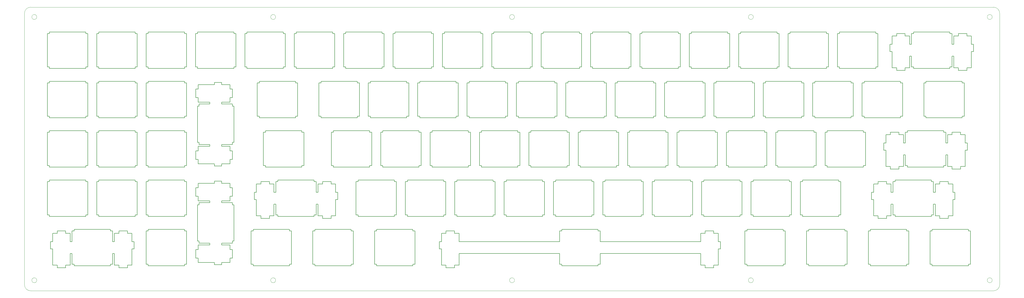
<source format=gm1>
G04 #@! TF.GenerationSoftware,KiCad,Pcbnew,5.1.6*
G04 #@! TF.CreationDate,2020-07-11T09:24:18-04:00*
G04 #@! TF.ProjectId,southpawplate,736f7574-6870-4617-9770-6c6174652e6b,rev?*
G04 #@! TF.SameCoordinates,Original*
G04 #@! TF.FileFunction,Profile,NP*
%FSLAX46Y46*%
G04 Gerber Fmt 4.6, Leading zero omitted, Abs format (unit mm)*
G04 Created by KiCad (PCBNEW 5.1.6) date 2020-07-11 09:24:18*
%MOMM*%
%LPD*%
G01*
G04 APERTURE LIST*
G04 #@! TA.AperFunction,Profile*
%ADD10C,0.200000*%
G04 #@! TD*
G04 #@! TA.AperFunction,Profile*
%ADD11C,0.050000*%
G04 #@! TD*
G04 APERTURE END LIST*
D10*
X125043000Y-98828860D02*
X125043000Y-98229420D01*
X111042000Y-98828860D02*
X125043000Y-98828860D01*
X111042000Y-98229420D02*
X111042000Y-98828860D01*
X110243000Y-98229420D02*
X111042000Y-98229420D01*
X110243000Y-85428800D02*
X110243000Y-98229420D01*
X111042000Y-85428800D02*
X110243000Y-85428800D01*
X111042000Y-84829400D02*
X111042000Y-85428800D01*
X148855000Y-84829400D02*
X134856000Y-84829400D01*
X148855000Y-85428800D02*
X148855000Y-84829400D01*
X149656000Y-85428800D02*
X148855000Y-85428800D01*
X149656000Y-98229420D02*
X149656000Y-85428800D01*
X148855000Y-98229420D02*
X149656000Y-98229420D01*
X148855000Y-98828860D02*
X148855000Y-98229420D01*
X134856000Y-98828860D02*
X148855000Y-98828860D01*
X134856000Y-98229420D02*
X134856000Y-98828860D01*
X134055000Y-98229420D02*
X134856000Y-98229420D01*
X134055000Y-85428800D02*
X134055000Y-98229420D01*
X134856000Y-85428800D02*
X134055000Y-85428800D01*
X134856000Y-84829400D02*
X134856000Y-85428800D01*
X291730000Y-84829400D02*
X277731000Y-84829400D01*
X291730000Y-85428800D02*
X291730000Y-84829400D01*
X292531000Y-85428800D02*
X291730000Y-85428800D01*
X292531000Y-98229420D02*
X292531000Y-85428800D01*
X291730000Y-98229420D02*
X292531000Y-98229420D01*
X291730000Y-98828860D02*
X291730000Y-98229420D01*
X277731000Y-98828860D02*
X291730000Y-98828860D01*
X277731000Y-98229420D02*
X277731000Y-98828860D01*
X276930000Y-98229420D02*
X277731000Y-98229420D01*
X276930000Y-85428800D02*
X276930000Y-98229420D01*
X277731000Y-85428800D02*
X276930000Y-85428800D01*
X277731000Y-84829400D02*
X277731000Y-85428800D01*
X315543000Y-84829400D02*
X301542000Y-84829400D01*
X315543000Y-85428800D02*
X315543000Y-84829400D01*
X316342000Y-85428800D02*
X315543000Y-85428800D01*
X316342000Y-98229420D02*
X316342000Y-85428800D01*
X315543000Y-98229420D02*
X316342000Y-98229420D01*
X315543000Y-98828860D02*
X315543000Y-98229420D01*
X301542000Y-98828860D02*
X315543000Y-98828860D01*
X301542000Y-98229420D02*
X301542000Y-98828860D01*
X300743000Y-98229420D02*
X301542000Y-98229420D01*
X300743000Y-85428800D02*
X300743000Y-98229420D01*
X301542000Y-85428800D02*
X300743000Y-85428800D01*
X301542000Y-84829400D02*
X301542000Y-85428800D01*
X339355000Y-84829400D02*
X325356000Y-84829400D01*
X339355000Y-85428800D02*
X339355000Y-84829400D01*
X340156000Y-85428800D02*
X339355000Y-85428800D01*
X340156000Y-98229420D02*
X340156000Y-85428800D01*
X339355000Y-98229420D02*
X340156000Y-98229420D01*
X339355000Y-98828860D02*
X339355000Y-98229420D01*
X325356000Y-98828860D02*
X339355000Y-98828860D01*
X325356000Y-98229420D02*
X325356000Y-98828860D01*
X324555000Y-98229420D02*
X325356000Y-98229420D01*
X324555000Y-85428800D02*
X324555000Y-98229420D01*
X325356000Y-85428800D02*
X324555000Y-85428800D01*
X325356000Y-84829400D02*
X325356000Y-85428800D01*
X363168000Y-84829400D02*
X349167000Y-84829400D01*
X363168000Y-85428800D02*
X363168000Y-84829400D01*
X363969000Y-85428800D02*
X363168000Y-85428800D01*
X363969000Y-98229420D02*
X363969000Y-85428800D01*
X363168000Y-98229420D02*
X363969000Y-98229420D01*
X363168000Y-98828860D02*
X363168000Y-98229420D01*
X349167000Y-98828860D02*
X363168000Y-98828860D01*
X349167000Y-98229420D02*
X349167000Y-98828860D01*
X348368000Y-98229420D02*
X349167000Y-98229420D01*
X348368000Y-85428800D02*
X348368000Y-98229420D01*
X349167000Y-85428800D02*
X348368000Y-85428800D01*
X349167000Y-84829400D02*
X349167000Y-85428800D01*
X32174100Y-84829400D02*
X18174700Y-84829400D01*
X32174100Y-85428800D02*
X32174100Y-84829400D01*
X32974800Y-85428800D02*
X32174100Y-85428800D01*
X32974800Y-89529900D02*
X32974800Y-85428800D01*
X33699600Y-89529900D02*
X32974800Y-89529900D01*
X33699600Y-86299700D02*
X33699600Y-89529900D01*
X35424900Y-86299700D02*
X33699600Y-86299700D01*
X35424900Y-85377800D02*
X35424900Y-86299700D01*
X38724000Y-85377800D02*
X35424900Y-85377800D01*
X38724000Y-86299700D02*
X38724000Y-85377800D01*
X40449300Y-86299700D02*
X38724000Y-86299700D01*
X40449300Y-89529900D02*
X40449300Y-86299700D01*
X41274700Y-89529900D02*
X40449300Y-89529900D01*
X41274700Y-92328660D02*
X41274700Y-89529900D01*
X40449300Y-92328660D02*
X41274700Y-92328660D01*
X40449300Y-98598730D02*
X40449300Y-92328660D01*
X38724000Y-98598730D02*
X40449300Y-98598730D01*
X38724000Y-99579890D02*
X38724000Y-98598730D01*
X78330000Y-30654400D02*
X78330000Y-28929300D01*
X79249400Y-30654400D02*
X78330000Y-30654400D01*
X79249400Y-33953600D02*
X79249400Y-30654400D01*
X78330000Y-33953600D02*
X79249400Y-33953600D01*
X78330000Y-35679001D02*
X78330000Y-33953600D01*
X75100000Y-35679001D02*
X78330000Y-35679001D01*
X75100000Y-36403600D02*
X75100000Y-35679001D01*
X79199600Y-36403600D02*
X75100000Y-36403600D01*
X79199600Y-37204400D02*
X79199600Y-36403600D01*
X79799000Y-37204400D02*
X79199600Y-37204400D01*
X79799000Y-51203700D02*
X79799000Y-37204400D01*
X79199600Y-51203700D02*
X79799000Y-51203700D01*
X79199600Y-52004500D02*
X79199600Y-51203700D01*
X75100000Y-52004500D02*
X79199600Y-52004500D01*
X75100000Y-52729500D02*
X75100000Y-52004500D01*
X78330000Y-52729500D02*
X75100000Y-52729500D01*
X78330000Y-54454600D02*
X78330000Y-52729500D01*
X79249400Y-54454600D02*
X78330000Y-54454600D01*
X79249400Y-57753800D02*
X79249400Y-54454600D01*
X78330000Y-57753800D02*
X79249400Y-57753800D01*
X78330000Y-59478800D02*
X78330000Y-57753800D01*
X75100000Y-59478800D02*
X78330000Y-59478800D01*
X75100000Y-60304300D02*
X75100000Y-59478800D01*
X72299999Y-60304300D02*
X75100000Y-60304300D01*
X72299999Y-59478800D02*
X72299999Y-60304300D01*
X66029700Y-59478800D02*
X72299999Y-59478800D01*
X66029700Y-57753800D02*
X66029700Y-59478800D01*
X65050100Y-57753800D02*
X66029700Y-57753800D01*
X65050100Y-54454600D02*
X65050100Y-57753800D01*
X66029700Y-54454600D02*
X65050100Y-54454600D01*
X66029700Y-52729500D02*
X66029700Y-54454600D01*
X70500100Y-52729500D02*
X66029700Y-52729500D01*
X70500100Y-52004500D02*
X70500100Y-52729500D01*
X66399100Y-52004500D02*
X70500100Y-52004500D01*
X66399100Y-51203700D02*
X66399100Y-52004500D01*
X65799700Y-51203700D02*
X66399100Y-51203700D01*
X65799700Y-37204400D02*
X65799700Y-51203700D01*
X66399100Y-37204400D02*
X65799700Y-37204400D01*
X66399100Y-36403600D02*
X66399100Y-37204400D01*
X70500100Y-36403600D02*
X66399100Y-36403600D01*
X70500100Y-35679001D02*
X70500100Y-36403600D01*
X66029700Y-35679001D02*
X70500100Y-35679001D01*
X66029700Y-33953600D02*
X66029700Y-35679001D01*
X65050100Y-33953600D02*
X66029700Y-33953600D01*
X65050100Y-30654400D02*
X65050100Y-33953600D01*
X66029700Y-30654400D02*
X65050100Y-30654400D01*
X66029700Y-28929300D02*
X66029700Y-30654400D01*
X72299999Y-28929300D02*
X66029700Y-28929300D01*
X72299999Y-28103800D02*
X72299999Y-28929300D01*
X22649200Y-46729400D02*
X8649650Y-46729400D01*
X22649200Y-47328800D02*
X22649200Y-46729400D01*
X23449800Y-47328800D02*
X22649200Y-47328800D01*
X23449800Y-60129400D02*
X23449800Y-47328800D01*
X22649200Y-60129400D02*
X23449800Y-60129400D01*
X22649200Y-60728700D02*
X22649200Y-60129400D01*
X8649650Y-60728700D02*
X22649200Y-60728700D01*
X8649650Y-60129400D02*
X8649650Y-60728700D01*
X7849010Y-60129400D02*
X8649650Y-60129400D01*
X7849010Y-47328800D02*
X7849010Y-60129400D01*
X8649650Y-47328800D02*
X7849010Y-47328800D01*
X8649650Y-46729400D02*
X8649650Y-47328800D01*
X41699000Y-46729400D02*
X27699700Y-46729400D01*
X41699000Y-47328800D02*
X41699000Y-46729400D01*
X42499800Y-47328800D02*
X41699000Y-47328800D01*
X42499800Y-60129400D02*
X42499800Y-47328800D01*
X41699000Y-60129400D02*
X42499800Y-60129400D01*
X41699000Y-60728700D02*
X41699000Y-60129400D01*
X27699700Y-60728700D02*
X41699000Y-60728700D01*
X27699700Y-60129400D02*
X27699700Y-60728700D01*
X26899000Y-60129400D02*
X27699700Y-60129400D01*
X26899000Y-47328800D02*
X26899000Y-60129400D01*
X27699700Y-47328800D02*
X26899000Y-47328800D01*
X27699700Y-46729400D02*
X27699700Y-47328800D01*
X60749000Y-46729400D02*
X46749700Y-46729400D01*
X60749000Y-47328800D02*
X60749000Y-46729400D01*
X61549800Y-47328800D02*
X60749000Y-47328800D01*
X61549800Y-60129400D02*
X61549800Y-47328800D01*
X60749000Y-60129400D02*
X61549800Y-60129400D01*
X60749000Y-60728700D02*
X60749000Y-60129400D01*
X46749700Y-60728700D02*
X60749000Y-60728700D01*
X46749700Y-60129400D02*
X46749700Y-60728700D01*
X45948900Y-60129400D02*
X46749700Y-60129400D01*
X45948900Y-47328800D02*
X45948900Y-60129400D01*
X46749700Y-47328800D02*
X45948900Y-47328800D01*
X46749700Y-46729400D02*
X46749700Y-47328800D01*
X105992800Y-46729400D02*
X91992100Y-46729400D01*
X105992800Y-47328800D02*
X105992800Y-46729400D01*
X106792000Y-47328800D02*
X105992800Y-47328800D01*
X106792000Y-60129400D02*
X106792000Y-47328800D01*
X105992800Y-60129400D02*
X106792000Y-60129400D01*
X105992800Y-60728700D02*
X105992800Y-60129400D01*
X91992100Y-60728700D02*
X105992800Y-60728700D01*
X91992100Y-60129400D02*
X91992100Y-60728700D01*
X91192700Y-60129400D02*
X91992100Y-60129400D01*
X91192700Y-47328800D02*
X91192700Y-60129400D01*
X91992100Y-47328800D02*
X91192700Y-47328800D01*
X91992100Y-46729400D02*
X91992100Y-47328800D01*
X132187000Y-46729400D02*
X118187000Y-46729400D01*
X132187000Y-47328800D02*
X132187000Y-46729400D01*
X132986000Y-47328800D02*
X132187000Y-47328800D01*
X132986000Y-60129400D02*
X132986000Y-47328800D01*
X132187000Y-60129400D02*
X132986000Y-60129400D01*
X132187000Y-60728700D02*
X132187000Y-60129400D01*
X118187000Y-60728700D02*
X132187000Y-60728700D01*
X118187000Y-60129400D02*
X118187000Y-60728700D01*
X117386000Y-60129400D02*
X118187000Y-60129400D01*
X117386000Y-47328800D02*
X117386000Y-60129400D01*
X118187000Y-47328800D02*
X117386000Y-47328800D01*
X118187000Y-46729400D02*
X118187000Y-47328800D01*
X151237000Y-46729400D02*
X137237000Y-46729400D01*
X151237000Y-47328800D02*
X151237000Y-46729400D01*
X152036000Y-47328800D02*
X151237000Y-47328800D01*
X152036000Y-60129400D02*
X152036000Y-47328800D01*
X151237000Y-60129400D02*
X152036000Y-60129400D01*
X151237000Y-60728700D02*
X151237000Y-60129400D01*
X137237000Y-60728700D02*
X151237000Y-60728700D01*
X137237000Y-60129400D02*
X137237000Y-60728700D01*
X136436000Y-60129400D02*
X137237000Y-60129400D01*
X136436000Y-47328800D02*
X136436000Y-60129400D01*
X137237000Y-47328800D02*
X136436000Y-47328800D01*
X137237000Y-46729400D02*
X137237000Y-47328800D01*
X170287000Y-46729400D02*
X156287000Y-46729400D01*
X170287000Y-47328800D02*
X170287000Y-46729400D01*
X171086000Y-47328800D02*
X170287000Y-47328800D01*
X171086000Y-60129400D02*
X171086000Y-47328800D01*
X170287000Y-60129400D02*
X171086000Y-60129400D01*
X170287000Y-60728700D02*
X170287000Y-60129400D01*
X156287000Y-60728700D02*
X170287000Y-60728700D01*
X156287000Y-60129400D02*
X156287000Y-60728700D01*
X155486000Y-60129400D02*
X156287000Y-60129400D01*
X155486000Y-47328800D02*
X155486000Y-60129400D01*
X156287000Y-47328800D02*
X155486000Y-47328800D01*
X156287000Y-46729400D02*
X156287000Y-47328800D01*
X189337000Y-46729400D02*
X175337000Y-46729400D01*
X189337000Y-47328800D02*
X189337000Y-46729400D01*
X190136000Y-47328800D02*
X189337000Y-47328800D01*
X190136000Y-60129400D02*
X190136000Y-47328800D01*
X189337000Y-60129400D02*
X190136000Y-60129400D01*
X189337000Y-60728700D02*
X189337000Y-60129400D01*
X175337000Y-60728700D02*
X189337000Y-60728700D01*
X175337000Y-60129400D02*
X175337000Y-60728700D01*
X174536000Y-60129400D02*
X175337000Y-60129400D01*
X174536000Y-47328800D02*
X174536000Y-60129400D01*
X175337000Y-47328800D02*
X174536000Y-47328800D01*
X175337000Y-46729400D02*
X175337000Y-47328800D01*
X208387000Y-46729400D02*
X194387000Y-46729400D01*
X208387000Y-47328800D02*
X208387000Y-46729400D01*
X209186000Y-47328800D02*
X208387000Y-47328800D01*
X209186000Y-60129400D02*
X209186000Y-47328800D01*
X208387000Y-60129400D02*
X209186000Y-60129400D01*
X208387000Y-60728700D02*
X208387000Y-60129400D01*
X194387000Y-60728700D02*
X208387000Y-60728700D01*
X194387000Y-60129400D02*
X194387000Y-60728700D01*
X193586000Y-60129400D02*
X194387000Y-60129400D01*
X193586000Y-47328800D02*
X193586000Y-60129400D01*
X194387000Y-47328800D02*
X193586000Y-47328800D01*
X194387000Y-46729400D02*
X194387000Y-47328800D01*
X227437000Y-46729400D02*
X213437000Y-46729400D01*
X227437000Y-47328800D02*
X227437000Y-46729400D01*
X228236000Y-47328800D02*
X227437000Y-47328800D01*
X228236000Y-60129400D02*
X228236000Y-47328800D01*
X227437000Y-60129400D02*
X228236000Y-60129400D01*
X227437000Y-60728700D02*
X227437000Y-60129400D01*
X213437000Y-60728700D02*
X227437000Y-60728700D01*
X213437000Y-60129400D02*
X213437000Y-60728700D01*
X212636000Y-60129400D02*
X213437000Y-60129400D01*
X212636000Y-47328800D02*
X212636000Y-60129400D01*
X213437000Y-47328800D02*
X212636000Y-47328800D01*
X213437000Y-46729400D02*
X213437000Y-47328800D01*
X246487000Y-46729400D02*
X232487000Y-46729400D01*
X246487000Y-47328800D02*
X246487000Y-46729400D01*
X247286000Y-47328800D02*
X246487000Y-47328800D01*
X247286000Y-60129400D02*
X247286000Y-47328800D01*
X246487000Y-60129400D02*
X247286000Y-60129400D01*
X246487000Y-60728700D02*
X246487000Y-60129400D01*
X232487000Y-60728700D02*
X246487000Y-60728700D01*
X232487000Y-60129400D02*
X232487000Y-60728700D01*
X231686000Y-60129400D02*
X232487000Y-60129400D01*
X231686000Y-47328800D02*
X231686000Y-60129400D01*
X232487000Y-47328800D02*
X231686000Y-47328800D01*
X232487000Y-46729400D02*
X232487000Y-47328800D01*
X265537000Y-46729400D02*
X251537000Y-46729400D01*
X265537000Y-47328800D02*
X265537000Y-46729400D01*
X266335999Y-47328800D02*
X265537000Y-47328800D01*
X266335999Y-60129400D02*
X266335999Y-47328800D01*
X265537000Y-60129400D02*
X266335999Y-60129400D01*
X265537000Y-60728700D02*
X265537000Y-60129400D01*
X251537000Y-60728700D02*
X265537000Y-60728700D01*
X251537000Y-60129400D02*
X251537000Y-60728700D01*
X250736000Y-60129400D02*
X251537000Y-60129400D01*
X250736000Y-47328800D02*
X250736000Y-60129400D01*
X251537000Y-47328800D02*
X250736000Y-47328800D01*
X251537000Y-46729400D02*
X251537000Y-47328800D01*
X284587000Y-46729400D02*
X270587000Y-46729400D01*
X284587000Y-47328800D02*
X284587000Y-46729400D01*
X285386000Y-47328800D02*
X284587000Y-47328800D01*
X285386000Y-60129400D02*
X285386000Y-47328800D01*
X284587000Y-60129400D02*
X285386000Y-60129400D01*
X284587000Y-60728700D02*
X284587000Y-60129400D01*
X270587000Y-60728700D02*
X284587000Y-60728700D01*
X270587000Y-60129400D02*
X270587000Y-60728700D01*
X269785999Y-60129400D02*
X270587000Y-60129400D01*
X269785999Y-47328800D02*
X269785999Y-60129400D01*
X270587000Y-47328800D02*
X269785999Y-47328800D01*
X270587000Y-46729400D02*
X270587000Y-47328800D01*
X303637000Y-46729400D02*
X289637000Y-46729400D01*
X303637000Y-47328800D02*
X303637000Y-46729400D01*
X304436000Y-47328800D02*
X303637000Y-47328800D01*
X304436000Y-60129400D02*
X304436000Y-47328800D01*
X303637000Y-60129400D02*
X304436000Y-60129400D01*
X303637000Y-60728700D02*
X303637000Y-60129400D01*
X289637000Y-60728700D02*
X303637000Y-60728700D01*
X289637000Y-60129400D02*
X289637000Y-60728700D01*
X288836000Y-60129400D02*
X289637000Y-60129400D01*
X288836000Y-47328800D02*
X288836000Y-60129400D01*
X289637000Y-47328800D02*
X288836000Y-47328800D01*
X289637000Y-46729400D02*
X289637000Y-47328800D01*
X322687000Y-46729400D02*
X308687000Y-46729400D01*
X322687000Y-47328800D02*
X322687000Y-46729400D01*
X323486000Y-47328800D02*
X322687000Y-47328800D01*
X323486000Y-60129400D02*
X323486000Y-47328800D01*
X322687000Y-60129400D02*
X323486000Y-60129400D01*
X322687000Y-60728700D02*
X322687000Y-60129400D01*
X308687000Y-60728700D02*
X322687000Y-60728700D01*
X308687000Y-60129400D02*
X308687000Y-60728700D01*
X307886000Y-60129400D02*
X308687000Y-60129400D01*
X307886000Y-47328800D02*
X307886000Y-60129400D01*
X308687000Y-47328800D02*
X307886000Y-47328800D01*
X308687000Y-46729400D02*
X308687000Y-47328800D01*
X353643000Y-46729400D02*
X339642000Y-46729400D01*
X353643000Y-47328800D02*
X353643000Y-46729400D01*
X354442000Y-47328800D02*
X353643000Y-47328800D01*
X354442000Y-51429900D02*
X354442000Y-47328800D01*
X355167000Y-51429900D02*
X354442000Y-51429900D01*
X355167000Y-48199800D02*
X355167000Y-51429900D01*
X356892000Y-48199800D02*
X355167000Y-48199800D01*
X356892000Y-47279100D02*
X356892000Y-48199800D01*
X360194000Y-47279100D02*
X356892000Y-47279100D01*
X360194000Y-48199800D02*
X360194000Y-47279100D01*
X361919000Y-48199800D02*
X360194000Y-48199800D01*
X361919000Y-51429900D02*
X361919000Y-48199800D01*
X362741000Y-51429900D02*
X361919000Y-51429900D01*
X362741000Y-54228800D02*
X362741000Y-51429900D01*
X361919000Y-54228800D02*
X362741000Y-54228800D01*
X361919000Y-60498700D02*
X361919000Y-54228800D01*
X360194000Y-60498700D02*
X361919000Y-60498700D01*
X360194000Y-61479800D02*
X360194000Y-60498700D01*
X356892000Y-61479800D02*
X360194000Y-61479800D01*
X356892000Y-60498700D02*
X356892000Y-61479800D01*
X355167000Y-60498700D02*
X356892000Y-60498700D01*
X355167000Y-56029700D02*
X355167000Y-60498700D01*
X354442000Y-56029700D02*
X355167000Y-56029700D01*
X354442000Y-60129400D02*
X354442000Y-56029700D01*
X353643000Y-60129400D02*
X354442000Y-60129400D01*
X353643000Y-60728700D02*
X353643000Y-60129400D01*
X339642000Y-60728700D02*
X353643000Y-60728700D01*
X339642000Y-60129400D02*
X339642000Y-60728700D01*
X338843000Y-60129400D02*
X339642000Y-60129400D01*
X338843000Y-56029700D02*
X338843000Y-60129400D01*
X338118000Y-56029700D02*
X338843000Y-56029700D01*
X338118000Y-60498700D02*
X338118000Y-56029700D01*
X336393000Y-60498700D02*
X338118000Y-60498700D01*
X336393000Y-61479800D02*
X336393000Y-60498700D01*
X333092000Y-61479800D02*
X336393000Y-61479800D01*
X333092000Y-60498700D02*
X333092000Y-61479800D01*
X289349000Y-22029400D02*
X290150000Y-22029400D01*
X289349000Y-22628700D02*
X289349000Y-22029400D01*
X275350000Y-22628700D02*
X289349000Y-22628700D01*
X275350000Y-22029400D02*
X275350000Y-22628700D01*
X274549000Y-22029400D02*
X275350000Y-22029400D01*
X274549000Y-9228800D02*
X274549000Y-22029400D01*
X275350000Y-9228800D02*
X274549000Y-9228800D01*
X275350000Y-8629400D02*
X275350000Y-9228800D01*
X308399000Y-8629400D02*
X294400000Y-8629400D01*
X308399000Y-9228800D02*
X308399000Y-8629400D01*
X309200000Y-9228800D02*
X308399000Y-9228800D01*
X309200000Y-22029400D02*
X309200000Y-9228800D01*
X308399000Y-22029400D02*
X309200000Y-22029400D01*
X308399000Y-22628700D02*
X308399000Y-22029400D01*
X294400000Y-22628700D02*
X308399000Y-22628700D01*
X294400000Y-22029400D02*
X294400000Y-22628700D01*
X293599000Y-22029400D02*
X294400000Y-22029400D01*
X293599000Y-9228800D02*
X293599000Y-22029400D01*
X294400000Y-9228800D02*
X293599000Y-9228800D01*
X294400000Y-8629400D02*
X294400000Y-9228800D01*
X327449000Y-8629400D02*
X313450000Y-8629400D01*
X327449000Y-9228800D02*
X327449000Y-8629400D01*
X328250000Y-9228800D02*
X327449000Y-9228800D01*
X328250000Y-22029400D02*
X328250000Y-9228800D01*
X327449000Y-22029400D02*
X328250000Y-22029400D01*
X327449000Y-22628700D02*
X327449000Y-22029400D01*
X313450000Y-22628700D02*
X327449000Y-22628700D01*
X313450000Y-22029400D02*
X313450000Y-22628700D01*
X312649000Y-22029400D02*
X313450000Y-22029400D01*
X312649000Y-9228800D02*
X312649000Y-22029400D01*
X313450000Y-9228800D02*
X312649000Y-9228800D01*
X313450000Y-8629400D02*
X313450000Y-9228800D01*
X356024000Y-8629400D02*
X342025000Y-8629400D01*
X356024000Y-9228800D02*
X356024000Y-8629400D01*
X356825000Y-9228800D02*
X356024000Y-9228800D01*
X356825000Y-13329900D02*
X356825000Y-9228800D01*
X357550000Y-13329900D02*
X356825000Y-13329900D01*
X357550000Y-10099800D02*
X357550000Y-13329900D01*
X359273000Y-10099800D02*
X357550000Y-10099800D01*
X359273000Y-9177700D02*
X359273000Y-10099800D01*
X362575000Y-9177700D02*
X359273000Y-9177700D01*
X362575000Y-10099800D02*
X362575000Y-9177700D01*
X364301000Y-10099800D02*
X362575000Y-10099800D01*
X364301000Y-13329900D02*
X364301000Y-10099800D01*
X365126000Y-13329900D02*
X364301000Y-13329900D01*
X365126000Y-16128800D02*
X365126000Y-13329900D01*
X364301000Y-16128800D02*
X365126000Y-16128800D01*
X364301000Y-22398700D02*
X364301000Y-16128800D01*
X362575000Y-22398700D02*
X364301000Y-22398700D01*
X362575000Y-23379800D02*
X362575000Y-22398700D01*
X359273000Y-23379800D02*
X362575000Y-23379800D01*
X359273000Y-22398700D02*
X359273000Y-23379800D01*
X357550000Y-22398700D02*
X359273000Y-22398700D01*
X357550000Y-17929700D02*
X357550000Y-22398700D01*
X356825000Y-17929700D02*
X357550000Y-17929700D01*
X356825000Y-22029400D02*
X356825000Y-17929700D01*
X356024000Y-22029400D02*
X356825000Y-22029400D01*
X356024000Y-22628700D02*
X356024000Y-22029400D01*
X342025000Y-22628700D02*
X356024000Y-22628700D01*
X342025000Y-22029400D02*
X342025000Y-22628700D01*
X341224000Y-22029400D02*
X342025000Y-22029400D01*
X341224000Y-17929700D02*
X341224000Y-22029400D01*
X340499000Y-17929700D02*
X341224000Y-17929700D01*
X340499000Y-22398700D02*
X340499000Y-17929700D01*
X338774000Y-22398700D02*
X340499000Y-22398700D01*
X338774000Y-23379800D02*
X338774000Y-22398700D01*
X335475000Y-23379800D02*
X338774000Y-23379800D01*
X335475000Y-22398700D02*
X335475000Y-23379800D01*
X333750000Y-22398700D02*
X335475000Y-22398700D01*
X333750000Y-16128800D02*
X333750000Y-22398700D01*
X332924000Y-16128800D02*
X333750000Y-16128800D01*
X332924000Y-13329900D02*
X332924000Y-16128800D01*
X333750000Y-13329900D02*
X332924000Y-13329900D01*
X333750000Y-10099800D02*
X333750000Y-13329900D01*
X335475000Y-10099800D02*
X333750000Y-10099800D01*
X335475000Y-9177700D02*
X335475000Y-10099800D01*
X338774000Y-9177700D02*
X335475000Y-9177700D01*
X338774000Y-10099800D02*
X338774000Y-9177700D01*
X340499000Y-10099800D02*
X338774000Y-10099800D01*
X340499000Y-13329900D02*
X340499000Y-10099800D01*
X341224000Y-13329900D02*
X340499000Y-13329900D01*
X341224000Y-9228800D02*
X341224000Y-13329900D01*
X342025000Y-9228800D02*
X341224000Y-9228800D01*
X342025000Y-8629400D02*
X342025000Y-9228800D01*
X22649200Y-27679400D02*
X8649650Y-27679400D01*
X22649200Y-28278800D02*
X22649200Y-27679400D01*
X23449800Y-28278800D02*
X22649200Y-28278800D01*
X23449800Y-41079400D02*
X23449800Y-28278800D01*
X22649200Y-41079400D02*
X23449800Y-41079400D01*
X22649200Y-41678700D02*
X22649200Y-41079400D01*
X8649650Y-41678700D02*
X22649200Y-41678700D01*
X8649650Y-41079400D02*
X8649650Y-41678700D01*
X7849010Y-41079400D02*
X8649650Y-41079400D01*
X7849010Y-28278800D02*
X7849010Y-41079400D01*
X8649650Y-28278800D02*
X7849010Y-28278800D01*
X8649650Y-27679400D02*
X8649650Y-28278800D01*
X41699000Y-27679400D02*
X27699700Y-27679400D01*
X41699000Y-28278800D02*
X41699000Y-27679400D01*
X42499800Y-28278800D02*
X41699000Y-28278800D01*
X42499800Y-41079400D02*
X42499800Y-28278800D01*
X41699000Y-41079400D02*
X42499800Y-41079400D01*
X41699000Y-41678700D02*
X41699000Y-41079400D01*
X27699700Y-41678700D02*
X41699000Y-41678700D01*
X27699700Y-41079400D02*
X27699700Y-41678700D01*
X26899000Y-41079400D02*
X27699700Y-41079400D01*
X26899000Y-28278800D02*
X26899000Y-41079400D01*
X27699700Y-28278800D02*
X26899000Y-28278800D01*
X27699700Y-27679400D02*
X27699700Y-28278800D01*
X60749000Y-27679400D02*
X46749700Y-27679400D01*
X60749000Y-28278800D02*
X60749000Y-27679400D01*
X61549800Y-28278800D02*
X60749000Y-28278800D01*
X61549800Y-41079400D02*
X61549800Y-28278800D01*
X60749000Y-41079400D02*
X61549800Y-41079400D01*
X60749000Y-41678700D02*
X60749000Y-41079400D01*
X46749700Y-41678700D02*
X60749000Y-41678700D01*
X46749700Y-41079400D02*
X46749700Y-41678700D01*
X45948900Y-41079400D02*
X46749700Y-41079400D01*
X45948900Y-28278800D02*
X45948900Y-41079400D01*
X46749700Y-28278800D02*
X45948900Y-28278800D01*
X46749700Y-27679400D02*
X46749700Y-28278800D01*
X103611500Y-27679400D02*
X89612200Y-27679400D01*
X103611500Y-28278800D02*
X103611500Y-27679400D01*
X104410900Y-28278800D02*
X103611500Y-28278800D01*
X104410900Y-41079400D02*
X104410900Y-28278800D01*
X103611500Y-41079400D02*
X104410900Y-41079400D01*
X103611500Y-41678700D02*
X103611500Y-41079400D01*
X89612200Y-41678700D02*
X103611500Y-41678700D01*
X89612200Y-41079400D02*
X89612200Y-41678700D01*
X88811400Y-41079400D02*
X89612200Y-41079400D01*
X88811400Y-28278800D02*
X88811400Y-41079400D01*
X89612200Y-28278800D02*
X88811400Y-28278800D01*
X89612200Y-27679400D02*
X89612200Y-28278800D01*
X127424000Y-27679400D02*
X113425000Y-27679400D01*
X127424000Y-28278800D02*
X127424000Y-27679400D01*
X128225000Y-28278800D02*
X127424000Y-28278800D01*
X128225000Y-41079400D02*
X128225000Y-28278800D01*
X127424000Y-41079400D02*
X128225000Y-41079400D01*
X127424000Y-41678700D02*
X127424000Y-41079400D01*
X113425000Y-41678700D02*
X127424000Y-41678700D01*
X113425000Y-41079400D02*
X113425000Y-41678700D01*
X112624000Y-41079400D02*
X113425000Y-41079400D01*
X112624000Y-28278800D02*
X112624000Y-41079400D01*
X113425000Y-28278800D02*
X112624000Y-28278800D01*
X113425000Y-27679400D02*
X113425000Y-28278800D01*
X146474000Y-27679400D02*
X132475000Y-27679400D01*
X146474000Y-28278800D02*
X146474000Y-27679400D01*
X147275000Y-28278800D02*
X146474000Y-28278800D01*
X331367000Y-60498700D02*
X333092000Y-60498700D01*
X331367000Y-54228800D02*
X331367000Y-60498700D01*
X330543000Y-54228800D02*
X331367000Y-54228800D01*
X330543000Y-51429900D02*
X330543000Y-54228800D01*
X331367000Y-51429900D02*
X330543000Y-51429900D01*
X331367000Y-48199800D02*
X331367000Y-51429900D01*
X333092000Y-48199800D02*
X331367000Y-48199800D01*
X333092000Y-47279100D02*
X333092000Y-48199800D01*
X336393000Y-47279100D02*
X333092000Y-47279100D01*
X336393000Y-48199800D02*
X336393000Y-47279100D01*
X338118000Y-48199800D02*
X336393000Y-48199800D01*
X338118000Y-51429900D02*
X338118000Y-48199800D01*
X338843000Y-51429900D02*
X338118000Y-51429900D01*
X338843000Y-47328800D02*
X338843000Y-51429900D01*
X339642000Y-47328800D02*
X338843000Y-47328800D01*
X339642000Y-46729400D02*
X339642000Y-47328800D01*
X22649200Y-65779500D02*
X8649650Y-65779500D01*
X22649200Y-66378800D02*
X22649200Y-65779500D01*
X23449800Y-66378800D02*
X22649200Y-66378800D01*
X23449800Y-79179400D02*
X23449800Y-66378800D01*
X22649200Y-79179400D02*
X23449800Y-79179400D01*
X22649200Y-79778900D02*
X22649200Y-79179400D01*
X8649650Y-79778900D02*
X22649200Y-79778900D01*
X8649650Y-79179400D02*
X8649650Y-79778900D01*
X7849010Y-79179400D02*
X8649650Y-79179400D01*
X7849010Y-66378800D02*
X7849010Y-79179400D01*
X8649650Y-66378800D02*
X7849010Y-66378800D01*
X8649650Y-65779500D02*
X8649650Y-66378800D01*
X41699000Y-65779500D02*
X27699700Y-65779500D01*
X41699000Y-66378800D02*
X41699000Y-65779500D01*
X42499800Y-66378800D02*
X41699000Y-66378800D01*
X42499800Y-79179400D02*
X42499800Y-66378800D01*
X41699000Y-79179400D02*
X42499800Y-79179400D01*
X41699000Y-79778900D02*
X41699000Y-79179400D01*
X27699700Y-79778900D02*
X41699000Y-79778900D01*
X27699700Y-79179400D02*
X27699700Y-79778900D01*
X26899000Y-79179400D02*
X27699700Y-79179400D01*
X26899000Y-66378800D02*
X26899000Y-79179400D01*
X27699700Y-66378800D02*
X26899000Y-66378800D01*
X27699700Y-65779500D02*
X27699700Y-66378800D01*
X60749000Y-65779500D02*
X46749700Y-65779500D01*
X60749000Y-66378800D02*
X60749000Y-65779500D01*
X61549800Y-66378800D02*
X60749000Y-66378800D01*
X61549800Y-79179400D02*
X61549800Y-66378800D01*
X60749000Y-79179400D02*
X61549800Y-79179400D01*
X60749000Y-79778900D02*
X60749000Y-79179400D01*
X46749700Y-79778900D02*
X60749000Y-79778900D01*
X46749700Y-79179400D02*
X46749700Y-79778900D01*
X45948900Y-79179400D02*
X46749700Y-79179400D01*
X45948900Y-66378800D02*
X45948900Y-79179400D01*
X46749700Y-66378800D02*
X45948900Y-66378800D01*
X46749700Y-65779500D02*
X46749700Y-66378800D01*
X141712000Y-65779500D02*
X127712000Y-65779500D01*
X141712000Y-66378800D02*
X141712000Y-65779500D01*
X142511000Y-66378800D02*
X141712000Y-66378800D01*
X142511000Y-79179400D02*
X142511000Y-66378800D01*
X141712000Y-79179400D02*
X142511000Y-79179400D01*
X141712000Y-79778900D02*
X141712000Y-79179400D01*
X127712000Y-79778900D02*
X141712000Y-79778900D01*
X127712000Y-79179400D02*
X127712000Y-79778900D01*
X126911000Y-79179400D02*
X127712000Y-79179400D01*
X126911000Y-66378800D02*
X126911000Y-79179400D01*
X127712000Y-66378800D02*
X126911000Y-66378800D01*
X127712000Y-65779500D02*
X127712000Y-66378800D01*
X160762000Y-65779500D02*
X146762000Y-65779500D01*
X160762000Y-66378800D02*
X160762000Y-65779500D01*
X161561000Y-66378800D02*
X160762000Y-66378800D01*
X161561000Y-79179400D02*
X161561000Y-66378800D01*
X160762000Y-79179400D02*
X161561000Y-79179400D01*
X160762000Y-79778900D02*
X160762000Y-79179400D01*
X146762000Y-79778900D02*
X160762000Y-79778900D01*
X146762000Y-79179400D02*
X146762000Y-79778900D01*
X145961000Y-79179400D02*
X146762000Y-79179400D01*
X145961000Y-66378800D02*
X145961000Y-79179400D01*
X146762000Y-66378800D02*
X145961000Y-66378800D01*
X146762000Y-65779500D02*
X146762000Y-66378800D01*
X179812000Y-65779500D02*
X165812000Y-65779500D01*
X179812000Y-66378800D02*
X179812000Y-65779500D01*
X180611000Y-66378800D02*
X179812000Y-66378800D01*
X180611000Y-79179400D02*
X180611000Y-66378800D01*
X179812000Y-79179400D02*
X180611000Y-79179400D01*
X179812000Y-79778900D02*
X179812000Y-79179400D01*
X165812000Y-79778900D02*
X179812000Y-79778900D01*
X165812000Y-79179400D02*
X165812000Y-79778900D01*
X165011000Y-79179400D02*
X165812000Y-79179400D01*
X165011000Y-66378800D02*
X165011000Y-79179400D01*
X165812000Y-66378800D02*
X165011000Y-66378800D01*
X165812000Y-65779500D02*
X165812000Y-66378800D01*
X198862000Y-65779500D02*
X184862000Y-65779500D01*
X198862000Y-66378800D02*
X198862000Y-65779500D01*
X199661000Y-66378800D02*
X198862000Y-66378800D01*
X199661000Y-79179400D02*
X199661000Y-66378800D01*
X198862000Y-79179400D02*
X199661000Y-79179400D01*
X198862000Y-79778900D02*
X198862000Y-79179400D01*
X184862000Y-79778900D02*
X198862000Y-79778900D01*
X184862000Y-79179400D02*
X184862000Y-79778900D01*
X184061000Y-79179400D02*
X184862000Y-79179400D01*
X184061000Y-66378800D02*
X184061000Y-79179400D01*
X184862000Y-66378800D02*
X184061000Y-66378800D01*
X184862000Y-65779500D02*
X184862000Y-66378800D01*
X217912000Y-65779500D02*
X203912000Y-65779500D01*
X217912000Y-66378800D02*
X217912000Y-65779500D01*
X218711000Y-66378800D02*
X217912000Y-66378800D01*
X218711000Y-79179400D02*
X218711000Y-66378800D01*
X217912000Y-79179400D02*
X218711000Y-79179400D01*
X217912000Y-79778900D02*
X217912000Y-79179400D01*
X203912000Y-79778900D02*
X217912000Y-79778900D01*
X203912000Y-79179400D02*
X203912000Y-79778900D01*
X203111000Y-79179400D02*
X203912000Y-79179400D01*
X203111000Y-66378800D02*
X203111000Y-79179400D01*
X203912000Y-66378800D02*
X203111000Y-66378800D01*
X203912000Y-65779500D02*
X203912000Y-66378800D01*
X236962000Y-65779500D02*
X222962000Y-65779500D01*
X236962000Y-66378800D02*
X236962000Y-65779500D01*
X237761000Y-66378800D02*
X236962000Y-66378800D01*
X237761000Y-79179400D02*
X237761000Y-66378800D01*
X236962000Y-79179400D02*
X237761000Y-79179400D01*
X236962000Y-79778900D02*
X236962000Y-79179400D01*
X222962000Y-79778900D02*
X236962000Y-79778900D01*
X222962000Y-79179400D02*
X222962000Y-79778900D01*
X222161000Y-79179400D02*
X222962000Y-79179400D01*
X222161000Y-66378800D02*
X222161000Y-79179400D01*
X222962000Y-66378800D02*
X222161000Y-66378800D01*
X222962000Y-65779500D02*
X222962000Y-66378800D01*
X256012000Y-65779500D02*
X242012000Y-65779500D01*
X256012000Y-66378800D02*
X256012000Y-65779500D01*
X256811000Y-66378800D02*
X256012000Y-66378800D01*
X256811000Y-79179400D02*
X256811000Y-66378800D01*
X256012000Y-79179400D02*
X256811000Y-79179400D01*
X206292000Y-85428800D02*
X205493000Y-85428800D01*
X60749000Y-8629400D02*
X46749700Y-8629400D01*
X60749000Y-9228800D02*
X60749000Y-8629400D01*
X61549800Y-9228800D02*
X60749000Y-9228800D01*
X61549800Y-22029400D02*
X61549800Y-9228800D01*
X60749000Y-22029400D02*
X61549800Y-22029400D01*
X60749000Y-22628700D02*
X60749000Y-22029400D01*
X46749700Y-22628700D02*
X60749000Y-22628700D01*
X46749700Y-22029400D02*
X46749700Y-22628700D01*
X45948900Y-22029400D02*
X46749700Y-22029400D01*
X45948900Y-9228800D02*
X45948900Y-22029400D01*
X46749700Y-9228800D02*
X45948900Y-9228800D01*
X46749700Y-8629400D02*
X46749700Y-9228800D01*
X79799000Y-8629400D02*
X65799700Y-8629400D01*
X79799000Y-9228800D02*
X79799000Y-8629400D01*
X80599800Y-9228800D02*
X79799000Y-9228800D01*
X80599800Y-22029400D02*
X80599800Y-9228800D01*
X79799000Y-22029400D02*
X80599800Y-22029400D01*
X79799000Y-22628700D02*
X79799000Y-22029400D01*
X65799700Y-22628700D02*
X79799000Y-22628700D01*
X65799700Y-22029400D02*
X65799700Y-22628700D01*
X64998900Y-22029400D02*
X65799700Y-22029400D01*
X64998900Y-9228800D02*
X64998900Y-22029400D01*
X65799700Y-9228800D02*
X64998900Y-9228800D01*
X65799700Y-8629400D02*
X65799700Y-9228800D01*
X98849000Y-8629400D02*
X84849700Y-8629400D01*
X98849000Y-9228800D02*
X98849000Y-8629400D01*
X99648400Y-9228800D02*
X98849000Y-9228800D01*
X99648400Y-22029400D02*
X99648400Y-9228800D01*
X98849000Y-22029400D02*
X99648400Y-22029400D01*
X98849000Y-22628700D02*
X98849000Y-22029400D01*
X84849700Y-22628700D02*
X98849000Y-22628700D01*
X84849700Y-22029400D02*
X84849700Y-22628700D01*
X84048900Y-22029400D02*
X84849700Y-22029400D01*
X84048900Y-9228800D02*
X84048900Y-22029400D01*
X84849700Y-9228800D02*
X84048900Y-9228800D01*
X84849700Y-8629400D02*
X84849700Y-9228800D01*
X117899000Y-8629400D02*
X103898300Y-8629400D01*
X117899000Y-9228800D02*
X117899000Y-8629400D01*
X118698000Y-9228800D02*
X117899000Y-9228800D01*
X118698000Y-22029400D02*
X118698000Y-9228800D01*
X117899000Y-22029400D02*
X118698000Y-22029400D01*
X117899000Y-22628700D02*
X117899000Y-22029400D01*
X103898300Y-22628700D02*
X117899000Y-22628700D01*
X103898300Y-22029400D02*
X103898300Y-22628700D01*
X103098900Y-22029400D02*
X103898300Y-22029400D01*
X103098900Y-9228800D02*
X103098900Y-22029400D01*
X103898300Y-9228800D02*
X103098900Y-9228800D01*
X103898300Y-8629400D02*
X103898300Y-9228800D01*
X136949000Y-8629400D02*
X122948000Y-8629400D01*
X136949000Y-9228800D02*
X136949000Y-8629400D01*
X137750000Y-9228800D02*
X136949000Y-9228800D01*
X137750000Y-22029400D02*
X137750000Y-9228800D01*
X136949000Y-22029400D02*
X137750000Y-22029400D01*
X136949000Y-22628700D02*
X136949000Y-22029400D01*
X122948000Y-22628700D02*
X136949000Y-22628700D01*
X122948000Y-22029400D02*
X122948000Y-22628700D01*
X122149000Y-22029400D02*
X122948000Y-22029400D01*
X122149000Y-9228800D02*
X122149000Y-22029400D01*
X122948000Y-9228800D02*
X122149000Y-9228800D01*
X122948000Y-8629400D02*
X122948000Y-9228800D01*
X155999000Y-8629400D02*
X142000000Y-8629400D01*
X155999000Y-9228800D02*
X155999000Y-8629400D01*
X156800000Y-9228800D02*
X155999000Y-9228800D01*
X156800000Y-22029400D02*
X156800000Y-9228800D01*
X155999000Y-22029400D02*
X156800000Y-22029400D01*
X155999000Y-22628700D02*
X155999000Y-22029400D01*
X142000000Y-22628700D02*
X155999000Y-22628700D01*
X142000000Y-22029400D02*
X142000000Y-22628700D01*
X141199000Y-22029400D02*
X142000000Y-22029400D01*
X141199000Y-9228800D02*
X141199000Y-22029400D01*
X142000000Y-9228800D02*
X141199000Y-9228800D01*
X142000000Y-8629400D02*
X142000000Y-9228800D01*
X175049000Y-8629400D02*
X161050000Y-8629400D01*
X175049000Y-9228800D02*
X175049000Y-8629400D01*
X175850000Y-9228800D02*
X175049000Y-9228800D01*
X175850000Y-22029400D02*
X175850000Y-9228800D01*
X175049000Y-22029400D02*
X175850000Y-22029400D01*
X175049000Y-22628700D02*
X175049000Y-22029400D01*
X161050000Y-22628700D02*
X175049000Y-22628700D01*
X161050000Y-22029400D02*
X161050000Y-22628700D01*
X160249000Y-22029400D02*
X161050000Y-22029400D01*
X160249000Y-9228800D02*
X160249000Y-22029400D01*
X161050000Y-9228800D02*
X160249000Y-9228800D01*
X161050000Y-8629400D02*
X161050000Y-9228800D01*
X194099000Y-8629400D02*
X180100000Y-8629400D01*
X194099000Y-9228800D02*
X194099000Y-8629400D01*
X194900000Y-9228800D02*
X194099000Y-9228800D01*
X194900000Y-22029400D02*
X194900000Y-9228800D01*
X194099000Y-22029400D02*
X194900000Y-22029400D01*
X194099000Y-22628700D02*
X194099000Y-22029400D01*
X180100000Y-22628700D02*
X194099000Y-22628700D01*
X180100000Y-22029400D02*
X180100000Y-22628700D01*
X179299000Y-22029400D02*
X180100000Y-22029400D01*
X179299000Y-9228800D02*
X179299000Y-22029400D01*
X180100000Y-9228800D02*
X179299000Y-9228800D01*
X180100000Y-8629400D02*
X180100000Y-9228800D01*
X213149000Y-8629400D02*
X199150000Y-8629400D01*
X213149000Y-9228800D02*
X213149000Y-8629400D01*
X213950000Y-9228800D02*
X213149000Y-9228800D01*
X213950000Y-22029400D02*
X213950000Y-9228800D01*
X213149000Y-22029400D02*
X213950000Y-22029400D01*
X213149000Y-22628700D02*
X213149000Y-22029400D01*
X199150000Y-22628700D02*
X213149000Y-22628700D01*
X199150000Y-22029400D02*
X199150000Y-22628700D01*
X198349000Y-22029400D02*
X199150000Y-22029400D01*
X198349000Y-9228800D02*
X198349000Y-22029400D01*
X199150000Y-9228800D02*
X198349000Y-9228800D01*
X199150000Y-8629400D02*
X199150000Y-9228800D01*
X232199000Y-8629400D02*
X218200000Y-8629400D01*
X232199000Y-9228800D02*
X232199000Y-8629400D01*
X233000000Y-9228800D02*
X232199000Y-9228800D01*
X233000000Y-22029400D02*
X233000000Y-9228800D01*
X232199000Y-22029400D02*
X233000000Y-22029400D01*
X232199000Y-22628700D02*
X232199000Y-22029400D01*
X218200000Y-22628700D02*
X232199000Y-22628700D01*
X218200000Y-22029400D02*
X218200000Y-22628700D01*
X217399000Y-22029400D02*
X218200000Y-22029400D01*
X217399000Y-9228800D02*
X217399000Y-22029400D01*
X218200000Y-9228800D02*
X217399000Y-9228800D01*
X218200000Y-8629400D02*
X218200000Y-9228800D01*
X251249000Y-8629400D02*
X237250000Y-8629400D01*
X251249000Y-9228800D02*
X251249000Y-8629400D01*
X252050000Y-9228800D02*
X251249000Y-9228800D01*
X252050000Y-22029400D02*
X252050000Y-9228800D01*
X251249000Y-22029400D02*
X252050000Y-22029400D01*
X251249000Y-22628700D02*
X251249000Y-22029400D01*
X237250000Y-22628700D02*
X251249000Y-22628700D01*
X237250000Y-22029400D02*
X237250000Y-22628700D01*
X236449000Y-22029400D02*
X237250000Y-22029400D01*
X236449000Y-9228800D02*
X236449000Y-22029400D01*
X237250000Y-9228800D02*
X236449000Y-9228800D01*
X237250000Y-8629400D02*
X237250000Y-9228800D01*
X270299000Y-8629400D02*
X256300000Y-8629400D01*
X270299000Y-9228800D02*
X270299000Y-8629400D01*
X271100000Y-9228800D02*
X270299000Y-9228800D01*
X271100000Y-22029400D02*
X271100000Y-9228800D01*
X270299000Y-22029400D02*
X271100000Y-22029400D01*
X270299000Y-22628700D02*
X270299000Y-22029400D01*
X256300000Y-22628700D02*
X270299000Y-22628700D01*
X256300000Y-22029400D02*
X256300000Y-22628700D01*
X255499000Y-22029400D02*
X256300000Y-22029400D01*
X255499000Y-9228800D02*
X255499000Y-22029400D01*
X256300000Y-9228800D02*
X255499000Y-9228800D01*
X256300000Y-8629400D02*
X256300000Y-9228800D01*
X289349000Y-8629400D02*
X275350000Y-8629400D01*
X289349000Y-9228800D02*
X289349000Y-8629400D01*
X290150000Y-9228800D02*
X289349000Y-9228800D01*
X290150000Y-22029400D02*
X290150000Y-9228800D01*
X35424900Y-99579890D02*
X38724000Y-99579890D01*
X35424900Y-98598730D02*
X35424900Y-99579890D01*
X33699600Y-98598730D02*
X35424900Y-98598730D01*
X33699600Y-94128390D02*
X33699600Y-98598730D01*
X32974800Y-94128390D02*
X33699600Y-94128390D01*
X32974800Y-98229420D02*
X32974800Y-94128390D01*
X32174100Y-98229420D02*
X32974800Y-98229420D01*
X32174100Y-98828860D02*
X32174100Y-98229420D01*
X18174700Y-98828860D02*
X32174100Y-98828860D01*
X18174700Y-98229420D02*
X18174700Y-98828860D01*
X17374000Y-98229420D02*
X18174700Y-98229420D01*
X17374000Y-94128390D02*
X17374000Y-98229420D01*
X16649200Y-94128390D02*
X17374000Y-94128390D01*
X16649200Y-98598730D02*
X16649200Y-94128390D01*
X14923850Y-98598730D02*
X16649200Y-98598730D01*
X14923850Y-99579890D02*
X14923850Y-98598730D01*
X11624840Y-99579890D02*
X14923850Y-99579890D01*
X11624840Y-98598730D02*
X11624840Y-99579890D01*
X9899550Y-98598730D02*
X11624840Y-98598730D01*
X9899550Y-92328660D02*
X9899550Y-98598730D01*
X9074090Y-92328660D02*
X9899550Y-92328660D01*
X9074090Y-89529900D02*
X9074090Y-92328660D01*
X9899550Y-89529900D02*
X9074090Y-89529900D01*
X9899550Y-86299700D02*
X9899550Y-89529900D01*
X11624840Y-86299700D02*
X9899550Y-86299700D01*
X11624840Y-85377800D02*
X11624840Y-86299700D01*
X14923850Y-85377800D02*
X11624840Y-85377800D01*
X14923850Y-86299700D02*
X14923850Y-85377800D01*
X16649200Y-86299700D02*
X14923850Y-86299700D01*
X16649200Y-89529900D02*
X16649200Y-86299700D01*
X17374000Y-89529900D02*
X16649200Y-89529900D01*
X17374000Y-85428800D02*
X17374000Y-89529900D01*
X18174700Y-85428800D02*
X17374000Y-85428800D01*
X18174700Y-84829400D02*
X18174700Y-85428800D01*
X220293000Y-84829400D02*
X206292000Y-84829400D01*
X220293000Y-85428800D02*
X220293000Y-84829400D01*
X221092000Y-85428800D02*
X220293000Y-85428800D01*
X221092000Y-89529900D02*
X221092000Y-85428800D01*
X259917000Y-89529900D02*
X221092000Y-89529900D01*
X259917000Y-86299700D02*
X259917000Y-89529900D01*
X261641000Y-86299700D02*
X259917000Y-86299700D01*
X261641000Y-85377800D02*
X261641000Y-86299700D01*
X264943000Y-85377800D02*
X261641000Y-85377800D01*
X264943000Y-86299700D02*
X264943000Y-85377800D01*
X266667999Y-86299700D02*
X264943000Y-86299700D01*
X266667999Y-89529900D02*
X266667999Y-86299700D01*
X267492000Y-89529900D02*
X266667999Y-89529900D01*
X267492000Y-92328660D02*
X267492000Y-89529900D01*
X266667999Y-92328660D02*
X267492000Y-92328660D01*
X266667999Y-98598730D02*
X266667999Y-92328660D01*
X264943000Y-98598730D02*
X266667999Y-98598730D01*
X264943000Y-99579890D02*
X264943000Y-98598730D01*
X261641000Y-99579890D02*
X264943000Y-99579890D01*
X261641000Y-98598730D02*
X261641000Y-99579890D01*
X259917000Y-98598730D02*
X261641000Y-98598730D01*
X259917000Y-94128390D02*
X259917000Y-98598730D01*
X221092000Y-94128390D02*
X259917000Y-94128390D01*
X221092000Y-98229420D02*
X221092000Y-94128390D01*
X220293000Y-98229420D02*
X221092000Y-98229420D01*
X220293000Y-98828860D02*
X220293000Y-98229420D01*
X206292000Y-98828860D02*
X220293000Y-98828860D01*
X206292000Y-98229420D02*
X206292000Y-98828860D01*
X205493000Y-98229420D02*
X206292000Y-98229420D01*
X205493000Y-94128390D02*
X205493000Y-98229420D01*
X147275000Y-41079400D02*
X147275000Y-28278800D01*
X146474000Y-41079400D02*
X147275000Y-41079400D01*
X146474000Y-41678700D02*
X146474000Y-41079400D01*
X132475000Y-41678700D02*
X146474000Y-41678700D01*
X132475000Y-41079400D02*
X132475000Y-41678700D01*
X131674000Y-41079400D02*
X132475000Y-41079400D01*
X131674000Y-28278800D02*
X131674000Y-41079400D01*
X132475000Y-28278800D02*
X131674000Y-28278800D01*
X132475000Y-27679400D02*
X132475000Y-28278800D01*
X165524000Y-27679400D02*
X151525000Y-27679400D01*
X165524000Y-28278800D02*
X165524000Y-27679400D01*
X166325000Y-28278800D02*
X165524000Y-28278800D01*
X166325000Y-41079400D02*
X166325000Y-28278800D01*
X165524000Y-41079400D02*
X166325000Y-41079400D01*
X165524000Y-41678700D02*
X165524000Y-41079400D01*
X151525000Y-41678700D02*
X165524000Y-41678700D01*
X151525000Y-41079400D02*
X151525000Y-41678700D01*
X150724000Y-41079400D02*
X151525000Y-41079400D01*
X150724000Y-28278800D02*
X150724000Y-41079400D01*
X151525000Y-28278800D02*
X150724000Y-28278800D01*
X151525000Y-27679400D02*
X151525000Y-28278800D01*
X184574000Y-27679400D02*
X170575000Y-27679400D01*
X184574000Y-28278800D02*
X184574000Y-27679400D01*
X185375000Y-28278800D02*
X184574000Y-28278800D01*
X185375000Y-41079400D02*
X185375000Y-28278800D01*
X184574000Y-41079400D02*
X185375000Y-41079400D01*
X184574000Y-41678700D02*
X184574000Y-41079400D01*
X170575000Y-41678700D02*
X184574000Y-41678700D01*
X170575000Y-41079400D02*
X170575000Y-41678700D01*
X169774000Y-41079400D02*
X170575000Y-41079400D01*
X169774000Y-28278800D02*
X169774000Y-41079400D01*
X170575000Y-28278800D02*
X169774000Y-28278800D01*
X170575000Y-27679400D02*
X170575000Y-28278800D01*
X203624000Y-27679400D02*
X189625000Y-27679400D01*
X203624000Y-28278800D02*
X203624000Y-27679400D01*
X204425000Y-28278800D02*
X203624000Y-28278800D01*
X204425000Y-41079400D02*
X204425000Y-28278800D01*
X203624000Y-41079400D02*
X204425000Y-41079400D01*
X203624000Y-41678700D02*
X203624000Y-41079400D01*
X189625000Y-41678700D02*
X203624000Y-41678700D01*
X189625000Y-41079400D02*
X189625000Y-41678700D01*
X188824000Y-41079400D02*
X189625000Y-41079400D01*
X188824000Y-28278800D02*
X188824000Y-41079400D01*
X189625000Y-28278800D02*
X188824000Y-28278800D01*
X189625000Y-27679400D02*
X189625000Y-28278800D01*
X222674000Y-27679400D02*
X208675000Y-27679400D01*
X222674000Y-28278800D02*
X222674000Y-27679400D01*
X223475000Y-28278800D02*
X222674000Y-28278800D01*
X223475000Y-41079400D02*
X223475000Y-28278800D01*
X222674000Y-41079400D02*
X223475000Y-41079400D01*
X222674000Y-41678700D02*
X222674000Y-41079400D01*
X208675000Y-41678700D02*
X222674000Y-41678700D01*
X208675000Y-41079400D02*
X208675000Y-41678700D01*
X207874000Y-41079400D02*
X208675000Y-41079400D01*
X207874000Y-28278800D02*
X207874000Y-41079400D01*
X208675000Y-28278800D02*
X207874000Y-28278800D01*
X208675000Y-27679400D02*
X208675000Y-28278800D01*
X241724000Y-27679400D02*
X227725000Y-27679400D01*
X241724000Y-28278800D02*
X241724000Y-27679400D01*
X242525000Y-28278800D02*
X241724000Y-28278800D01*
X242525000Y-41079400D02*
X242525000Y-28278800D01*
X241724000Y-41079400D02*
X242525000Y-41079400D01*
X241724000Y-41678700D02*
X241724000Y-41079400D01*
X227725000Y-41678700D02*
X241724000Y-41678700D01*
X227725000Y-41079400D02*
X227725000Y-41678700D01*
X226924000Y-41079400D02*
X227725000Y-41079400D01*
X226924000Y-28278800D02*
X226924000Y-41079400D01*
X227725000Y-28278800D02*
X226924000Y-28278800D01*
X227725000Y-27679400D02*
X227725000Y-28278800D01*
X260774000Y-27679400D02*
X246775000Y-27679400D01*
X260774000Y-28278800D02*
X260774000Y-27679400D01*
X261575000Y-28278800D02*
X260774000Y-28278800D01*
X261575000Y-41079400D02*
X261575000Y-28278800D01*
X260774000Y-41079400D02*
X261575000Y-41079400D01*
X260774000Y-41678700D02*
X260774000Y-41079400D01*
X246775000Y-41678700D02*
X260774000Y-41678700D01*
X246775000Y-41079400D02*
X246775000Y-41678700D01*
X245974000Y-41079400D02*
X246775000Y-41079400D01*
X245974000Y-28278800D02*
X245974000Y-41079400D01*
X246775000Y-28278800D02*
X245974000Y-28278800D01*
X246775000Y-27679400D02*
X246775000Y-28278800D01*
X279824000Y-27679400D02*
X265825000Y-27679400D01*
X279824000Y-28278800D02*
X279824000Y-27679400D01*
X280625000Y-28278800D02*
X279824000Y-28278800D01*
X280625000Y-41079400D02*
X280625000Y-28278800D01*
X279824000Y-41079400D02*
X280625000Y-41079400D01*
X279824000Y-41678700D02*
X279824000Y-41079400D01*
X265825000Y-41678700D02*
X279824000Y-41678700D01*
X265825000Y-41079400D02*
X265825000Y-41678700D01*
X265024000Y-41079400D02*
X265825000Y-41079400D01*
X265024000Y-28278800D02*
X265024000Y-41079400D01*
X265825000Y-28278800D02*
X265024000Y-28278800D01*
X265825000Y-27679400D02*
X265825000Y-28278800D01*
X298874000Y-27679400D02*
X284875000Y-27679400D01*
X298874000Y-28278800D02*
X298874000Y-27679400D01*
X299675000Y-28278800D02*
X298874000Y-28278800D01*
X299675000Y-41079400D02*
X299675000Y-28278800D01*
X298874000Y-41079400D02*
X299675000Y-41079400D01*
X298874000Y-41678700D02*
X298874000Y-41079400D01*
X284875000Y-41678700D02*
X298874000Y-41678700D01*
X284875000Y-41079400D02*
X284875000Y-41678700D01*
X284074000Y-41079400D02*
X284875000Y-41079400D01*
X284074000Y-28278800D02*
X284074000Y-41079400D01*
X284875000Y-28278800D02*
X284074000Y-28278800D01*
X284875000Y-27679400D02*
X284875000Y-28278800D01*
X317924000Y-27679400D02*
X303925000Y-27679400D01*
X317924000Y-28278800D02*
X317924000Y-27679400D01*
X318725000Y-28278800D02*
X317924000Y-28278800D01*
X318725000Y-41079400D02*
X318725000Y-28278800D01*
X317924000Y-41079400D02*
X318725000Y-41079400D01*
X317924000Y-41678700D02*
X317924000Y-41079400D01*
X303925000Y-41678700D02*
X317924000Y-41678700D01*
X303925000Y-41079400D02*
X303925000Y-41678700D01*
X303124000Y-41079400D02*
X303925000Y-41079400D01*
X303124000Y-28278800D02*
X303124000Y-41079400D01*
X303925000Y-28278800D02*
X303124000Y-28278800D01*
X303925000Y-27679400D02*
X303925000Y-28278800D01*
X336974000Y-27679400D02*
X322975000Y-27679400D01*
X336974000Y-28278800D02*
X336974000Y-27679400D01*
X337775000Y-28278800D02*
X336974000Y-28278800D01*
X337775000Y-41079400D02*
X337775000Y-28278800D01*
X336974000Y-41079400D02*
X337775000Y-41079400D01*
X336974000Y-41678700D02*
X336974000Y-41079400D01*
X322975000Y-41678700D02*
X336974000Y-41678700D01*
X322975000Y-41079400D02*
X322975000Y-41678700D01*
X322174000Y-41079400D02*
X322975000Y-41079400D01*
X322174000Y-28278800D02*
X322174000Y-41079400D01*
X322975000Y-28278800D02*
X322174000Y-28278800D01*
X322975000Y-27679400D02*
X322975000Y-28278800D01*
X360787000Y-27679400D02*
X346787000Y-27679400D01*
X360787000Y-28278800D02*
X360787000Y-27679400D01*
X361588000Y-28278800D02*
X360787000Y-28278800D01*
X361588000Y-41079400D02*
X361588000Y-28278800D01*
X360787000Y-41079400D02*
X361588000Y-41079400D01*
X360787000Y-41678700D02*
X360787000Y-41079400D01*
X346787000Y-41678700D02*
X360787000Y-41678700D01*
X346787000Y-41079400D02*
X346787000Y-41678700D01*
X345986000Y-41079400D02*
X346787000Y-41079400D01*
X345986000Y-28278800D02*
X345986000Y-41079400D01*
X346787000Y-28278800D02*
X345986000Y-28278800D01*
X346787000Y-27679400D02*
X346787000Y-28278800D01*
X75100000Y-28103800D02*
X72299999Y-28103800D01*
X75100000Y-28929300D02*
X75100000Y-28103800D01*
X78330000Y-28929300D02*
X75100000Y-28929300D01*
X22649200Y-8629400D02*
X8649650Y-8629400D01*
X22649200Y-9228800D02*
X22649200Y-8629400D01*
X23449800Y-9228800D02*
X22649200Y-9228800D01*
X23449800Y-22029400D02*
X23449800Y-9228800D01*
X22649200Y-22029400D02*
X23449800Y-22029400D01*
X22649200Y-22628700D02*
X22649200Y-22029400D01*
X8649650Y-22628700D02*
X22649200Y-22628700D01*
X8649650Y-22029400D02*
X8649650Y-22628700D01*
X7849010Y-22029400D02*
X8649650Y-22029400D01*
X7849010Y-9228800D02*
X7849010Y-22029400D01*
X8649650Y-9228800D02*
X7849010Y-9228800D01*
X8649650Y-8629400D02*
X8649650Y-9228800D01*
X41699000Y-8629400D02*
X27699700Y-8629400D01*
X41699000Y-9228800D02*
X41699000Y-8629400D01*
X42499800Y-9228800D02*
X41699000Y-9228800D01*
X42499800Y-22029400D02*
X42499800Y-9228800D01*
X41699000Y-22029400D02*
X42499800Y-22029400D01*
X41699000Y-22628700D02*
X41699000Y-22029400D01*
X27699700Y-22628700D02*
X41699000Y-22628700D01*
X27699700Y-22029400D02*
X27699700Y-22628700D01*
X26899000Y-22029400D02*
X27699700Y-22029400D01*
X26899000Y-9228800D02*
X26899000Y-22029400D01*
X27699700Y-9228800D02*
X26899000Y-9228800D01*
X27699700Y-8629400D02*
X27699700Y-9228800D01*
X159917000Y-89529900D02*
X159093000Y-89529900D01*
X159917000Y-86299700D02*
X159917000Y-89529900D01*
X161642000Y-86299700D02*
X159917000Y-86299700D01*
X161642000Y-85377800D02*
X161642000Y-86299700D01*
X164943000Y-85377800D02*
X161642000Y-85377800D01*
X164943000Y-86299700D02*
X164943000Y-85377800D01*
X166668000Y-86299700D02*
X164943000Y-86299700D01*
X166668000Y-89529900D02*
X166668000Y-86299700D01*
X205493000Y-89529900D02*
X166668000Y-89529900D01*
X166668000Y-94128390D02*
X205493000Y-94128390D01*
X166668000Y-98598730D02*
X166668000Y-94128390D01*
X164943000Y-98598730D02*
X166668000Y-98598730D01*
X164943000Y-99579890D02*
X164943000Y-98598730D01*
X161642000Y-99579890D02*
X164943000Y-99579890D01*
X161642000Y-98598730D02*
X161642000Y-99579890D01*
X159917000Y-98598730D02*
X161642000Y-98598730D01*
X159917000Y-92328660D02*
X159917000Y-98598730D01*
X159093000Y-92328660D02*
X159917000Y-92328660D01*
X159093000Y-89529900D02*
X159093000Y-92328660D01*
X206292000Y-84829400D02*
X206292000Y-85428800D01*
X328331000Y-80529900D02*
X331630000Y-80529900D01*
X328331000Y-79548700D02*
X328331000Y-80529900D01*
X326606000Y-79548700D02*
X328331000Y-79548700D01*
X326606000Y-73278700D02*
X326606000Y-79548700D01*
X325780000Y-73278700D02*
X326606000Y-73278700D01*
X325780000Y-70479900D02*
X325780000Y-73278700D01*
X326606000Y-70479900D02*
X325780000Y-70479900D01*
X326606000Y-67249700D02*
X326606000Y-70479900D01*
X328331000Y-67249700D02*
X326606000Y-67249700D01*
X328331000Y-66327700D02*
X328331000Y-67249700D01*
X331630000Y-66327700D02*
X328331000Y-66327700D01*
X331630000Y-67249700D02*
X331630000Y-66327700D01*
X333356000Y-67249700D02*
X331630000Y-67249700D01*
X333356000Y-70479900D02*
X333356000Y-67249700D01*
X334080000Y-70479900D02*
X333356000Y-70479900D01*
X334080000Y-66378800D02*
X334080000Y-70479900D01*
X334881000Y-66378800D02*
X334080000Y-66378800D01*
X334881000Y-65779500D02*
X334881000Y-66378800D01*
X75100000Y-66203800D02*
X72299999Y-66203800D01*
X75100000Y-67029200D02*
X75100000Y-66203800D01*
X78330000Y-67029200D02*
X75100000Y-67029200D01*
X78330000Y-68754600D02*
X78330000Y-67029200D01*
X79249400Y-68754600D02*
X78330000Y-68754600D01*
X79249400Y-72053600D02*
X79249400Y-68754600D01*
X78330000Y-72053600D02*
X79249400Y-72053600D01*
X78330000Y-73778900D02*
X78330000Y-72053600D01*
X75100000Y-73778900D02*
X78330000Y-73778900D01*
X75100000Y-74503700D02*
X75100000Y-73778900D01*
X79199600Y-74503700D02*
X75100000Y-74503700D01*
X79199600Y-75304400D02*
X79199600Y-74503700D01*
X79799000Y-75304400D02*
X79199600Y-75304400D01*
X79799000Y-89303900D02*
X79799000Y-75304400D01*
X79199600Y-89303900D02*
X79799000Y-89303900D01*
X79199600Y-90104500D02*
X79199600Y-89303900D01*
X75100000Y-90104500D02*
X79199600Y-90104500D01*
X75100000Y-90829400D02*
X75100000Y-90104500D01*
X78330000Y-90829400D02*
X75100000Y-90829400D01*
X78330000Y-92554650D02*
X78330000Y-90829400D01*
X79249400Y-92554650D02*
X78330000Y-92554650D01*
X79249400Y-95853690D02*
X79249400Y-92554650D01*
X78330000Y-95853690D02*
X79249400Y-95853690D01*
X78330000Y-97578980D02*
X78330000Y-95853690D01*
X75100000Y-97578980D02*
X78330000Y-97578980D01*
X75100000Y-98404430D02*
X75100000Y-97578980D01*
X72299999Y-98404430D02*
X75100000Y-98404430D01*
X72299999Y-97578980D02*
X72299999Y-98404430D01*
X66029700Y-97578980D02*
X72299999Y-97578980D01*
X66029700Y-95853690D02*
X66029700Y-97578980D01*
X65050100Y-95853690D02*
X66029700Y-95853690D01*
X65050100Y-92554650D02*
X65050100Y-95853690D01*
X66029700Y-92554650D02*
X65050100Y-92554650D01*
X66029700Y-90829400D02*
X66029700Y-92554650D01*
X70500100Y-90829400D02*
X66029700Y-90829400D01*
X70500100Y-90104500D02*
X70500100Y-90829400D01*
X66399100Y-90104500D02*
X70500100Y-90104500D01*
X66399100Y-89303900D02*
X66399100Y-90104500D01*
X65799700Y-89303900D02*
X66399100Y-89303900D01*
X65799700Y-75304400D02*
X65799700Y-89303900D01*
X66399100Y-75304400D02*
X65799700Y-75304400D01*
X66399100Y-74503700D02*
X66399100Y-75304400D01*
X70500100Y-74503700D02*
X66399100Y-74503700D01*
X70500100Y-73778900D02*
X70500100Y-74503700D01*
X66029700Y-73778900D02*
X70500100Y-73778900D01*
X66029700Y-72053600D02*
X66029700Y-73778900D01*
X65050100Y-72053600D02*
X66029700Y-72053600D01*
X65050100Y-68754600D02*
X65050100Y-72053600D01*
X66029700Y-68754600D02*
X65050100Y-68754600D01*
X66029700Y-67029200D02*
X66029700Y-68754600D01*
X72299999Y-67029200D02*
X66029700Y-67029200D01*
X72299999Y-66203800D02*
X72299999Y-67029200D01*
X60749000Y-84829400D02*
X46749700Y-84829400D01*
X60749000Y-85428800D02*
X60749000Y-84829400D01*
X61549800Y-85428800D02*
X60749000Y-85428800D01*
X61549800Y-98229420D02*
X61549800Y-85428800D01*
X60749000Y-98229420D02*
X61549800Y-98229420D01*
X60749000Y-98828860D02*
X60749000Y-98229420D01*
X46749700Y-98828860D02*
X60749000Y-98828860D01*
X46749700Y-98229420D02*
X46749700Y-98828860D01*
X45948900Y-98229420D02*
X46749700Y-98229420D01*
X45948900Y-85428800D02*
X45948900Y-98229420D01*
X46749700Y-85428800D02*
X45948900Y-85428800D01*
X46749700Y-84829400D02*
X46749700Y-85428800D01*
X101230300Y-84829400D02*
X87231000Y-84829400D01*
X101230300Y-85428800D02*
X101230300Y-84829400D01*
X102031100Y-85428800D02*
X101230300Y-85428800D01*
X102031100Y-98229420D02*
X102031100Y-85428800D01*
X101230300Y-98229420D02*
X102031100Y-98229420D01*
X101230300Y-98828860D02*
X101230300Y-98229420D01*
X87231000Y-98828860D02*
X101230300Y-98828860D01*
X87231000Y-98229420D02*
X87231000Y-98828860D01*
X86430200Y-98229420D02*
X87231000Y-98229420D01*
X86430200Y-85428800D02*
X86430200Y-98229420D01*
X87231000Y-85428800D02*
X86430200Y-85428800D01*
X87231000Y-84829400D02*
X87231000Y-85428800D01*
X125043000Y-84829400D02*
X111042000Y-84829400D01*
X125043000Y-85428800D02*
X125043000Y-84829400D01*
X125842000Y-85428800D02*
X125043000Y-85428800D01*
X125842000Y-98229420D02*
X125842000Y-85428800D01*
X125043000Y-98229420D02*
X125842000Y-98229420D01*
X205493000Y-85428800D02*
X205493000Y-89529900D01*
X256012000Y-79778900D02*
X256012000Y-79179400D01*
X242012000Y-79778900D02*
X256012000Y-79778900D01*
X242012000Y-79179400D02*
X242012000Y-79778900D01*
X241211000Y-79179400D02*
X242012000Y-79179400D01*
X241211000Y-66378800D02*
X241211000Y-79179400D01*
X242012000Y-66378800D02*
X241211000Y-66378800D01*
X242012000Y-65779500D02*
X242012000Y-66378800D01*
X275062000Y-65779500D02*
X261062000Y-65779500D01*
X275062000Y-66378800D02*
X275062000Y-65779500D01*
X275861000Y-66378800D02*
X275062000Y-66378800D01*
X275861000Y-79179400D02*
X275861000Y-66378800D01*
X275062000Y-79179400D02*
X275861000Y-79179400D01*
X275062000Y-79778900D02*
X275062000Y-79179400D01*
X261062000Y-79778900D02*
X275062000Y-79778900D01*
X261062000Y-79179400D02*
X261062000Y-79778900D01*
X260261000Y-79179400D02*
X261062000Y-79179400D01*
X260261000Y-66378800D02*
X260261000Y-79179400D01*
X261062000Y-66378800D02*
X260261000Y-66378800D01*
X261062000Y-65779500D02*
X261062000Y-66378800D01*
X294112000Y-65779500D02*
X280112000Y-65779500D01*
X294112000Y-66378800D02*
X294112000Y-65779500D01*
X294911000Y-66378800D02*
X294112000Y-66378800D01*
X294911000Y-79179400D02*
X294911000Y-66378800D01*
X294112000Y-79179400D02*
X294911000Y-79179400D01*
X294112000Y-79778900D02*
X294112000Y-79179400D01*
X280112000Y-79778900D02*
X294112000Y-79778900D01*
X280112000Y-79179400D02*
X280112000Y-79778900D01*
X279311000Y-79179400D02*
X280112000Y-79179400D01*
X279311000Y-66378800D02*
X279311000Y-79179400D01*
X280112000Y-66378800D02*
X279311000Y-66378800D01*
X280112000Y-65779500D02*
X280112000Y-66378800D01*
X313162000Y-65779500D02*
X299162000Y-65779500D01*
X313162000Y-66378800D02*
X313162000Y-65779500D01*
X313961000Y-66378800D02*
X313162000Y-66378800D01*
X313961000Y-79179400D02*
X313961000Y-66378800D01*
X313162000Y-79179400D02*
X313961000Y-79179400D01*
X313162000Y-79778900D02*
X313162000Y-79179400D01*
X299162000Y-79778900D02*
X313162000Y-79778900D01*
X299162000Y-79179400D02*
X299162000Y-79778900D01*
X298361000Y-79179400D02*
X299162000Y-79179400D01*
X298361000Y-66378800D02*
X298361000Y-79179400D01*
X299162000Y-66378800D02*
X298361000Y-66378800D01*
X299162000Y-65779500D02*
X299162000Y-66378800D01*
X110755000Y-65779500D02*
X96756000Y-65779500D01*
X110755000Y-66378800D02*
X110755000Y-65779500D01*
X111556000Y-66378800D02*
X110755000Y-66378800D01*
X111556000Y-70479900D02*
X111556000Y-66378800D01*
X112281000Y-70479900D02*
X111556000Y-70479900D01*
X112281000Y-67249700D02*
X112281000Y-70479900D01*
X114005000Y-67249700D02*
X112281000Y-67249700D01*
X114005000Y-66327700D02*
X114005000Y-67249700D01*
X117305000Y-66327700D02*
X114005000Y-66327700D01*
X117305000Y-67249700D02*
X117305000Y-66327700D01*
X119030000Y-67249700D02*
X117305000Y-67249700D01*
X119030000Y-70479900D02*
X119030000Y-67249700D01*
X119856000Y-70479900D02*
X119030000Y-70479900D01*
X119856000Y-73278700D02*
X119856000Y-70479900D01*
X119030000Y-73278700D02*
X119856000Y-73278700D01*
X119030000Y-79548700D02*
X119030000Y-73278700D01*
X117305000Y-79548700D02*
X119030000Y-79548700D01*
X117305000Y-80529900D02*
X117305000Y-79548700D01*
X114005000Y-80529900D02*
X117305000Y-80529900D01*
X114005000Y-79548700D02*
X114005000Y-80529900D01*
X112281000Y-79548700D02*
X114005000Y-79548700D01*
X112281000Y-75079800D02*
X112281000Y-79548700D01*
X111556000Y-75079800D02*
X112281000Y-75079800D01*
X111556000Y-79179400D02*
X111556000Y-75079800D01*
X110755000Y-79179400D02*
X111556000Y-79179400D01*
X110755000Y-79778900D02*
X110755000Y-79179400D01*
X96756000Y-79778900D02*
X110755000Y-79778900D01*
X96756000Y-79179400D02*
X96756000Y-79778900D01*
X95955200Y-79179400D02*
X96756000Y-79179400D01*
X95955200Y-75079800D02*
X95955200Y-79179400D01*
X95230600Y-75079800D02*
X95955200Y-75079800D01*
X95230600Y-79548700D02*
X95230600Y-75079800D01*
X93505100Y-79548700D02*
X95230600Y-79548700D01*
X93505100Y-80529900D02*
X93505100Y-79548700D01*
X90206000Y-80529900D02*
X93505100Y-80529900D01*
X90206000Y-79548700D02*
X90206000Y-80529900D01*
X88480900Y-79548700D02*
X90206000Y-79548700D01*
X88480900Y-73278700D02*
X88480900Y-79548700D01*
X87655400Y-73278700D02*
X88480900Y-73278700D01*
X87655400Y-70479900D02*
X87655400Y-73278700D01*
X88480900Y-70479900D02*
X87655400Y-70479900D01*
X88480900Y-67249700D02*
X88480900Y-70479900D01*
X90206000Y-67249700D02*
X88480900Y-67249700D01*
X90206000Y-66327700D02*
X90206000Y-67249700D01*
X93505100Y-66327700D02*
X90206000Y-66327700D01*
X93505100Y-67249700D02*
X93505100Y-66327700D01*
X95230600Y-67249700D02*
X93505100Y-67249700D01*
X95230600Y-70479900D02*
X95230600Y-67249700D01*
X95955200Y-70479900D02*
X95230600Y-70479900D01*
X95955200Y-66378800D02*
X95955200Y-70479900D01*
X96756000Y-66378800D02*
X95955200Y-66378800D01*
X96756000Y-65779500D02*
X96756000Y-66378800D01*
X348880000Y-65779500D02*
X334881000Y-65779500D01*
X348880000Y-66378800D02*
X348880000Y-65779500D01*
X349681000Y-66378800D02*
X348880000Y-66378800D01*
X349681000Y-70479900D02*
X349681000Y-66378800D01*
X350406000Y-70479900D02*
X349681000Y-70479900D01*
X350406000Y-67249700D02*
X350406000Y-70479900D01*
X352130000Y-67249700D02*
X350406000Y-67249700D01*
X352130000Y-66327700D02*
X352130000Y-67249700D01*
X355430000Y-66327700D02*
X352130000Y-66327700D01*
X355430000Y-67249700D02*
X355430000Y-66327700D01*
X357155000Y-67249700D02*
X355430000Y-67249700D01*
X357155000Y-70479900D02*
X357155000Y-67249700D01*
X357981000Y-70479900D02*
X357155000Y-70479900D01*
X357981000Y-73278700D02*
X357981000Y-70479900D01*
X357155000Y-73278700D02*
X357981000Y-73278700D01*
X357155000Y-79548700D02*
X357155000Y-73278700D01*
X355430000Y-79548700D02*
X357155000Y-79548700D01*
X355430000Y-80529900D02*
X355430000Y-79548700D01*
X352130000Y-80529900D02*
X355430000Y-80529900D01*
X352130000Y-79548700D02*
X352130000Y-80529900D01*
X350406000Y-79548700D02*
X352130000Y-79548700D01*
X350406000Y-75079800D02*
X350406000Y-79548700D01*
X349681000Y-75079800D02*
X350406000Y-75079800D01*
X349681000Y-79179400D02*
X349681000Y-75079800D01*
X348880000Y-79179400D02*
X349681000Y-79179400D01*
X348880000Y-79778900D02*
X348880000Y-79179400D01*
X334881000Y-79778900D02*
X348880000Y-79778900D01*
X334881000Y-79179400D02*
X334881000Y-79778900D01*
X334080000Y-79179400D02*
X334881000Y-79179400D01*
X334080000Y-75079800D02*
X334080000Y-79179400D01*
X333356000Y-75079800D02*
X334080000Y-75079800D01*
X333356000Y-79548700D02*
X333356000Y-75079800D01*
X331630000Y-79548700D02*
X333356000Y-79548700D01*
X331630000Y-80529900D02*
X331630000Y-79548700D01*
D11*
X280200000Y-104450000D02*
G75*
G03*
X280200000Y-104450000I-950000J0D01*
G01*
X188050000Y-104450000D02*
G75*
G03*
X188050000Y-104450000I-950000J0D01*
G01*
X95900000Y-104450000D02*
G75*
G03*
X95900000Y-104450000I-950000J0D01*
G01*
X280200000Y-2800000D02*
G75*
G03*
X280200000Y-2800000I-950000J0D01*
G01*
X95900000Y-2800000D02*
G75*
G03*
X95900000Y-2800000I-950000J0D01*
G01*
X188050000Y-2800000D02*
G75*
G03*
X188050000Y-2800000I-950000J0D01*
G01*
X3750000Y-104450000D02*
G75*
G03*
X3750000Y-104450000I-950000J0D01*
G01*
X3750000Y-2800000D02*
G75*
G03*
X3750000Y-2800000I-950000J0D01*
G01*
X372350000Y-2800000D02*
G75*
G03*
X372350000Y-2800000I-950000J0D01*
G01*
X372350000Y-104450000D02*
G75*
G03*
X372350000Y-104450000I-950000J0D01*
G01*
X375237500Y-1381250D02*
X375237500Y-106156250D01*
X-1000000Y-106156250D02*
X-1000000Y-1381250D01*
X370475000Y-108537500D02*
X372856250Y-108537500D01*
X370475000Y1000000D02*
X372856250Y1000000D01*
X363331250Y1000000D02*
X370475000Y1000000D01*
X363331250Y-108537500D02*
X370475000Y-108537500D01*
X372856250Y1000000D02*
G75*
G02*
X375237500Y-1381250I0J-2381250D01*
G01*
X375237500Y-106156250D02*
G75*
G02*
X372856250Y-108537500I-2381250J0D01*
G01*
X1381250Y-108537500D02*
G75*
G02*
X-1000000Y-106156250I0J2381250D01*
G01*
X-1000000Y-1381250D02*
G75*
G02*
X1381250Y1000000I2381250J0D01*
G01*
X363331250Y-108537500D02*
X1381250Y-108537500D01*
X1381250Y1000000D02*
X363331250Y1000000D01*
M02*

</source>
